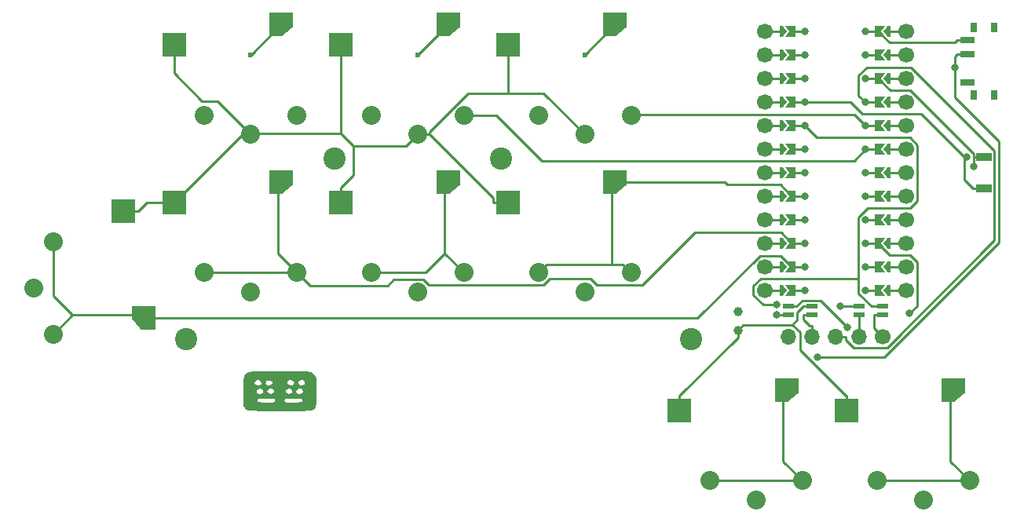
<source format=gbr>
%TF.GenerationSoftware,KiCad,Pcbnew,7.0.9*%
%TF.CreationDate,2024-03-07T17:23:47+01:00*%
%TF.ProjectId,zenFlow,7a656e46-6c6f-4772-9e6b-696361645f70,1*%
%TF.SameCoordinates,Original*%
%TF.FileFunction,Copper,L1,Top*%
%TF.FilePolarity,Positive*%
%FSLAX46Y46*%
G04 Gerber Fmt 4.6, Leading zero omitted, Abs format (unit mm)*
G04 Created by KiCad (PCBNEW 7.0.9) date 2024-03-07 17:23:47*
%MOMM*%
%LPD*%
G01*
G04 APERTURE LIST*
G04 Aperture macros list*
%AMFreePoly0*
4,1,6,1.300000,-0.250000,0.050000,-1.300000,-1.300000,-1.300000,-1.300000,1.300000,1.300000,1.300000,1.300000,-0.250000,1.300000,-0.250000,$1*%
%AMFreePoly1*
4,1,6,0.250000,0.000000,-0.250000,-0.625000,-0.500000,-0.625000,-0.500000,0.625000,-0.250000,0.625000,0.250000,0.000000,0.250000,0.000000,$1*%
%AMFreePoly2*
4,1,6,0.500000,-0.625000,-0.650000,-0.625000,-0.150000,0.000000,-0.650000,0.625000,0.500000,0.625000,0.500000,-0.625000,0.500000,-0.625000,$1*%
G04 Aperture macros list end*
%TA.AperFunction,ConnectorPad*%
%ADD10FreePoly0,270.000000*%
%TD*%
%TA.AperFunction,SMDPad,CuDef*%
%ADD11R,2.600000X2.600000*%
%TD*%
%TA.AperFunction,ComponentPad*%
%ADD12C,2.032000*%
%TD*%
%TA.AperFunction,ConnectorPad*%
%ADD13FreePoly0,0.000000*%
%TD*%
%TA.AperFunction,ComponentPad*%
%ADD14C,1.700000*%
%TD*%
%TA.AperFunction,ComponentPad*%
%ADD15C,0.800000*%
%TD*%
%TA.AperFunction,SMDPad,CuDef*%
%ADD16FreePoly1,0.000000*%
%TD*%
%TA.AperFunction,SMDPad,CuDef*%
%ADD17FreePoly2,0.000000*%
%TD*%
%TA.AperFunction,SMDPad,CuDef*%
%ADD18FreePoly2,180.000000*%
%TD*%
%TA.AperFunction,SMDPad,CuDef*%
%ADD19FreePoly1,180.000000*%
%TD*%
%TA.AperFunction,SMDPad,CuDef*%
%ADD20R,0.800000X1.000000*%
%TD*%
%TA.AperFunction,SMDPad,CuDef*%
%ADD21R,1.500000X0.700000*%
%TD*%
%TA.AperFunction,SMDPad,CuDef*%
%ADD22R,1.700000X0.900000*%
%TD*%
%TA.AperFunction,ComponentPad*%
%ADD23C,1.000000*%
%TD*%
%TA.AperFunction,ComponentPad*%
%ADD24C,0.600000*%
%TD*%
%TA.AperFunction,ComponentPad*%
%ADD25C,2.400000*%
%TD*%
%TA.AperFunction,SMDPad,CuDef*%
%ADD26R,1.200000X0.600000*%
%TD*%
%TA.AperFunction,ComponentPad*%
%ADD27O,1.700000X1.700000*%
%TD*%
%TA.AperFunction,ViaPad*%
%ADD28C,0.800000*%
%TD*%
%TA.AperFunction,Conductor*%
%ADD29C,0.250000*%
%TD*%
G04 APERTURE END LIST*
%TA.AperFunction,EtchedComponent*%
%TO.C,G\u002A\u002A\u002A*%
G36*
X176263551Y-161519854D02*
G01*
X176787241Y-161520350D01*
X177238011Y-161521220D01*
X177621734Y-161522601D01*
X177944283Y-161524629D01*
X178211532Y-161527442D01*
X178429353Y-161531175D01*
X178603620Y-161535965D01*
X178740205Y-161541948D01*
X178844984Y-161549262D01*
X178923827Y-161558042D01*
X178982609Y-161568426D01*
X179027203Y-161580550D01*
X179063482Y-161594549D01*
X179073167Y-161598925D01*
X179268222Y-161721933D01*
X179426295Y-161884246D01*
X179514973Y-162040006D01*
X179527221Y-162115220D01*
X179537579Y-162262946D01*
X179546048Y-162471049D01*
X179552628Y-162727395D01*
X179557317Y-163019848D01*
X179560116Y-163336275D01*
X179561025Y-163664542D01*
X179560043Y-163992513D01*
X179557169Y-164308055D01*
X179552403Y-164599033D01*
X179545745Y-164853313D01*
X179537195Y-165058761D01*
X179526752Y-165203241D01*
X179515070Y-165272994D01*
X179456679Y-165379258D01*
X179366059Y-165498374D01*
X179336308Y-165530910D01*
X179290305Y-165578161D01*
X179245657Y-165619397D01*
X179196585Y-165655023D01*
X179137308Y-165685439D01*
X179062047Y-165711049D01*
X178965021Y-165732255D01*
X178840451Y-165749458D01*
X178682555Y-165763063D01*
X178485555Y-165773470D01*
X178243669Y-165781082D01*
X177951118Y-165786303D01*
X177602122Y-165789533D01*
X177190900Y-165791176D01*
X176711673Y-165791634D01*
X176158660Y-165791310D01*
X175604733Y-165790695D01*
X175091114Y-165789686D01*
X174600438Y-165787908D01*
X174139541Y-165785434D01*
X173715259Y-165782340D01*
X173334427Y-165778701D01*
X173003882Y-165774591D01*
X172730458Y-165770084D01*
X172520993Y-165765256D01*
X172382320Y-165760182D01*
X172321277Y-165754936D01*
X172320726Y-165754779D01*
X172064758Y-165641177D01*
X171874862Y-165476866D01*
X171835381Y-165424213D01*
X171728333Y-165266679D01*
X171728333Y-164651957D01*
X173210000Y-164651957D01*
X173220425Y-164721137D01*
X173258165Y-164773726D01*
X173332914Y-164811871D01*
X173454367Y-164837722D01*
X173632218Y-164853425D01*
X173876164Y-164861130D01*
X174162500Y-164863000D01*
X174447931Y-164861737D01*
X174660877Y-164857327D01*
X174813490Y-164848836D01*
X174917923Y-164835331D01*
X174986328Y-164815881D01*
X175020914Y-164797099D01*
X175095760Y-164703297D01*
X175109579Y-164603290D01*
X176140121Y-164603290D01*
X176152031Y-164697299D01*
X176215667Y-164778333D01*
X176251669Y-164808677D01*
X176298474Y-164830787D01*
X176368952Y-164845953D01*
X176475971Y-164855465D01*
X176632402Y-164860613D01*
X176851114Y-164862686D01*
X177060341Y-164863000D01*
X177380436Y-164859982D01*
X177634158Y-164851147D01*
X177815753Y-164836819D01*
X177919462Y-164817325D01*
X177928175Y-164813871D01*
X178015939Y-164741223D01*
X178036000Y-164653005D01*
X178032124Y-164583258D01*
X178013554Y-164530618D01*
X177969879Y-164492688D01*
X177890685Y-164467067D01*
X177765560Y-164451357D01*
X177584091Y-164443158D01*
X177335867Y-164440071D01*
X177110117Y-164439667D01*
X176819374Y-164440543D01*
X176601476Y-164443785D01*
X176444610Y-164450311D01*
X176336966Y-164461037D01*
X176266732Y-164476881D01*
X176222100Y-164498762D01*
X176208417Y-164509728D01*
X176140121Y-164603290D01*
X175109579Y-164603290D01*
X175111536Y-164589128D01*
X175064200Y-164490466D01*
X175013303Y-164470937D01*
X174900957Y-164456436D01*
X174721205Y-164446623D01*
X174468094Y-164441155D01*
X174178224Y-164439667D01*
X173866797Y-164440960D01*
X173629943Y-164446312D01*
X173457586Y-164457932D01*
X173339653Y-164478028D01*
X173266068Y-164508811D01*
X173226757Y-164552488D01*
X173211647Y-164611268D01*
X173210000Y-164651957D01*
X171728333Y-164651957D01*
X171728333Y-163665737D01*
X171728345Y-163631693D01*
X173131748Y-163631693D01*
X173150876Y-163757303D01*
X173225475Y-163857278D01*
X173261996Y-163879588D01*
X173413930Y-163921474D01*
X173581347Y-163921860D01*
X173723938Y-163881884D01*
X173750914Y-163865766D01*
X173829268Y-163765434D01*
X173844626Y-163663114D01*
X174268333Y-163663114D01*
X174296319Y-163732458D01*
X174364473Y-163819819D01*
X174372242Y-163827757D01*
X174510835Y-163911294D01*
X174677949Y-163932395D01*
X174843981Y-163890184D01*
X174918791Y-163843927D01*
X175007070Y-163736049D01*
X175014397Y-163686865D01*
X176237587Y-163686865D01*
X176239532Y-163694150D01*
X176316789Y-163823604D01*
X176447766Y-163904868D01*
X176612580Y-163931597D01*
X176791348Y-163897448D01*
X176828523Y-163882076D01*
X176931118Y-163797710D01*
X176971631Y-163682948D01*
X176968326Y-163660807D01*
X177401000Y-163660807D01*
X177438027Y-163776462D01*
X177534499Y-163863119D01*
X177668506Y-163915217D01*
X177818135Y-163927199D01*
X177961476Y-163893506D01*
X178059091Y-163827757D01*
X178142533Y-163720537D01*
X178152354Y-163623567D01*
X178088965Y-163512712D01*
X178064970Y-163483754D01*
X177947401Y-163399614D01*
X177803634Y-163369391D01*
X177655401Y-163387289D01*
X177524437Y-163447513D01*
X177432475Y-163544267D01*
X177401000Y-163660807D01*
X176968326Y-163660807D01*
X176953443Y-163561086D01*
X176879936Y-163455420D01*
X176757071Y-163389920D01*
X176595880Y-163374852D01*
X176445080Y-163407745D01*
X176322927Y-163477865D01*
X176247677Y-163574483D01*
X176237587Y-163686865D01*
X175014397Y-163686865D01*
X175024033Y-163622180D01*
X174980766Y-163515786D01*
X174888354Y-163430330D01*
X174757883Y-163379278D01*
X174600438Y-163376093D01*
X174543500Y-163388099D01*
X174419405Y-163448213D01*
X174319568Y-163542151D01*
X174269947Y-163643968D01*
X174268333Y-163663114D01*
X173844626Y-163663114D01*
X173848489Y-163637377D01*
X173809391Y-163513658D01*
X173740136Y-163441576D01*
X173593380Y-163386225D01*
X173420612Y-163376881D01*
X173267558Y-163415660D01*
X173260327Y-163419388D01*
X173168197Y-163509403D01*
X173131748Y-163631693D01*
X171728345Y-163631693D01*
X171728484Y-163235098D01*
X171729700Y-162880686D01*
X171731166Y-162758125D01*
X172926984Y-162758125D01*
X172966503Y-162875746D01*
X173070688Y-162968442D01*
X173095058Y-162980173D01*
X173222714Y-163027879D01*
X173321908Y-163034908D01*
X173436943Y-163001460D01*
X173485019Y-162981956D01*
X173611214Y-162899388D01*
X173667631Y-162797516D01*
X173665085Y-162742845D01*
X174099000Y-162742845D01*
X174134736Y-162873694D01*
X174228384Y-162967616D01*
X174359608Y-163020012D01*
X174508068Y-163026285D01*
X174653428Y-162981837D01*
X174765750Y-162893568D01*
X174838011Y-162797855D01*
X174841656Y-162777688D01*
X176428919Y-162777688D01*
X176486720Y-162893666D01*
X176613585Y-162982217D01*
X176738455Y-163028961D01*
X176832621Y-163036357D01*
X176938960Y-163006944D01*
X176951530Y-163002223D01*
X177057594Y-162934729D01*
X177122175Y-162863690D01*
X177161301Y-162750355D01*
X177613315Y-162750355D01*
X177651953Y-162877092D01*
X177757743Y-162980666D01*
X177824333Y-163014575D01*
X177943882Y-163029603D01*
X178089964Y-163007685D01*
X178217757Y-162957448D01*
X178252917Y-162932082D01*
X178327652Y-162822884D01*
X178332411Y-162709738D01*
X178280404Y-162604465D01*
X178184838Y-162518887D01*
X178058925Y-162464825D01*
X177915872Y-162454101D01*
X177768889Y-162498536D01*
X177768633Y-162498671D01*
X177661774Y-162576514D01*
X177618064Y-162679671D01*
X177613315Y-162750355D01*
X177161301Y-162750355D01*
X177164437Y-162741271D01*
X177137839Y-162630033D01*
X177058152Y-162538789D01*
X176941150Y-162476354D01*
X176802605Y-162451541D01*
X176658291Y-162473164D01*
X176538876Y-162537739D01*
X176445302Y-162653083D01*
X176428919Y-162777688D01*
X174841656Y-162777688D01*
X174851364Y-162723985D01*
X174803282Y-162643582D01*
X174737256Y-162573743D01*
X174604425Y-162486176D01*
X174455372Y-162455750D01*
X174310454Y-162477072D01*
X174190025Y-162544750D01*
X174114441Y-162653391D01*
X174099000Y-162742845D01*
X173665085Y-162742845D01*
X173662609Y-162689692D01*
X173604485Y-162589269D01*
X173501598Y-162509599D01*
X173362286Y-162464032D01*
X173194888Y-162465922D01*
X173166232Y-162471482D01*
X173029867Y-162534414D01*
X172949112Y-162637155D01*
X172926984Y-162758125D01*
X171731166Y-162758125D01*
X171733128Y-162594059D01*
X171739913Y-162366778D01*
X171751201Y-162190401D01*
X171768139Y-162056490D01*
X171791871Y-161956603D01*
X171823544Y-161882299D01*
X171864304Y-161825140D01*
X171915297Y-161776683D01*
X171977668Y-161728489D01*
X171992872Y-161717201D01*
X172124297Y-161635217D01*
X172261533Y-161571361D01*
X172274400Y-161566846D01*
X172333800Y-161556927D01*
X172450920Y-161548279D01*
X172628835Y-161540857D01*
X172870622Y-161534621D01*
X173179356Y-161529525D01*
X173558114Y-161525529D01*
X174009971Y-161522588D01*
X174538003Y-161520660D01*
X175145286Y-161519702D01*
X175661067Y-161519596D01*
X176263551Y-161519854D01*
G37*
%TD.AperFunction*%
%TD*%
D10*
%TO.P,S1,1*%
%TO.N,P8*%
X160950000Y-155775000D03*
D11*
%TO.P,S1,2*%
%TO.N,GND*%
X158750000Y-144225000D03*
D12*
X149100000Y-152500000D03*
%TO.P,S1,1*%
%TO.N,P8*%
X151200000Y-147500000D03*
X151200000Y-157500000D03*
%TD*%
D13*
%TO.P,S2,1*%
%TO.N,P7*%
X175775000Y-141110000D03*
D11*
%TO.P,S2,2*%
%TO.N,GND*%
X164225000Y-143310000D03*
D12*
X172500000Y-152960000D03*
%TO.P,S2,1*%
%TO.N,P7*%
X167500000Y-150860000D03*
X177500000Y-150860000D03*
%TD*%
D13*
%TO.P,S3,1*%
%TO.N,P19*%
X175775000Y-124110000D03*
D11*
%TO.P,S3,2*%
%TO.N,GND*%
X164225000Y-126310000D03*
D12*
X172500000Y-135960000D03*
%TO.P,S3,1*%
%TO.N,P19*%
X167500000Y-133860000D03*
X177500000Y-133860000D03*
%TD*%
D13*
%TO.P,S4,1*%
%TO.N,P6*%
X193775000Y-141110000D03*
D11*
%TO.P,S4,2*%
%TO.N,GND*%
X182225000Y-143310000D03*
D12*
X190500000Y-152960000D03*
%TO.P,S4,1*%
%TO.N,P6*%
X185500000Y-150860000D03*
X195500000Y-150860000D03*
%TD*%
D13*
%TO.P,S5,1*%
%TO.N,P20*%
X193775000Y-124110000D03*
D11*
%TO.P,S5,2*%
%TO.N,GND*%
X182225000Y-126310000D03*
D12*
X190500000Y-135960000D03*
%TO.P,S5,1*%
%TO.N,P20*%
X185500000Y-133860000D03*
X195500000Y-133860000D03*
%TD*%
D13*
%TO.P,S6,1*%
%TO.N,P5*%
X211775000Y-141110000D03*
D11*
%TO.P,S6,2*%
%TO.N,GND*%
X200225000Y-143310000D03*
D12*
X208500000Y-152960000D03*
%TO.P,S6,1*%
%TO.N,P5*%
X203500000Y-150860000D03*
X213500000Y-150860000D03*
%TD*%
D13*
%TO.P,S7,1*%
%TO.N,P21*%
X211775000Y-124110000D03*
D11*
%TO.P,S7,2*%
%TO.N,GND*%
X200225000Y-126310000D03*
D12*
X208500000Y-135960000D03*
%TO.P,S7,1*%
%TO.N,P21*%
X203500000Y-133860000D03*
X213500000Y-133860000D03*
%TD*%
D13*
%TO.P,S8,1*%
%TO.N,P15*%
X230275000Y-163550000D03*
D11*
%TO.P,S8,2*%
%TO.N,GND*%
X218725000Y-165750000D03*
D12*
X227000000Y-175400000D03*
%TO.P,S8,1*%
%TO.N,P15*%
X222000000Y-173300000D03*
X232000000Y-173300000D03*
%TD*%
D13*
%TO.P,S9,1*%
%TO.N,P14*%
X248275000Y-163550000D03*
D11*
%TO.P,S9,2*%
%TO.N,GND*%
X236725000Y-165750000D03*
D12*
X245000000Y-175400000D03*
%TO.P,S9,1*%
%TO.N,P14*%
X240000000Y-173300000D03*
X250000000Y-173300000D03*
%TD*%
D14*
%TO.P,MCU1,24*%
%TO.N,MCU1_24*%
X227880000Y-124860000D03*
%TO.P,MCU1,1*%
%TO.N,MCU1_1*%
X243120000Y-124860000D03*
D15*
%TO.P,MCU1,124*%
%TO.N,P1*%
X232238000Y-124860000D03*
%TO.P,MCU1,1*%
%TO.N,RAW*%
X238762000Y-124860000D03*
D16*
%TO.P,MCU1,24*%
%TO.N,MCU1_24*%
X230000000Y-124860000D03*
D17*
%TO.P,MCU1,124*%
%TO.N,P1*%
X230725000Y-124860000D03*
D18*
%TO.P,MCU1,1*%
%TO.N,RAW*%
X240275000Y-124860000D03*
D19*
%TO.N,MCU1_1*%
X241000000Y-124860000D03*
D14*
%TO.P,MCU1,23*%
%TO.N,MCU1_23*%
X227880000Y-127400000D03*
%TO.P,MCU1,2*%
%TO.N,MCU1_2*%
X243120000Y-127400000D03*
D15*
%TO.P,MCU1,123*%
%TO.N,P0*%
X232238000Y-127400000D03*
%TO.P,MCU1,2*%
%TO.N,GND*%
X238762000Y-127400000D03*
D16*
%TO.P,MCU1,23*%
%TO.N,MCU1_23*%
X230000000Y-127400000D03*
D17*
%TO.P,MCU1,123*%
%TO.N,P0*%
X230725000Y-127400000D03*
D18*
%TO.P,MCU1,2*%
%TO.N,GND*%
X240275000Y-127400000D03*
D19*
%TO.N,MCU1_2*%
X241000000Y-127400000D03*
D14*
%TO.P,MCU1,22*%
%TO.N,MCU1_22*%
X227880000Y-129940000D03*
%TO.P,MCU1,3*%
%TO.N,MCU1_3*%
X243120000Y-129940000D03*
D15*
%TO.P,MCU1,122*%
%TO.N,GND*%
X232238000Y-129940000D03*
%TO.P,MCU1,3*%
%TO.N,RST*%
X238762000Y-129940000D03*
D16*
%TO.P,MCU1,22*%
%TO.N,MCU1_22*%
X230000000Y-129940000D03*
D17*
%TO.P,MCU1,122*%
%TO.N,GND*%
X230725000Y-129940000D03*
D18*
%TO.P,MCU1,3*%
%TO.N,RST*%
X240275000Y-129940000D03*
D19*
%TO.N,MCU1_3*%
X241000000Y-129940000D03*
D14*
%TO.P,MCU1,21*%
%TO.N,MCU1_21*%
X227880000Y-132480000D03*
%TO.P,MCU1,4*%
%TO.N,MCU1_4*%
X243120000Y-132480000D03*
D15*
%TO.P,MCU1,121*%
%TO.N,GND*%
X232238000Y-132480000D03*
%TO.P,MCU1,4*%
%TO.N,VCC*%
X238762000Y-132480000D03*
D16*
%TO.P,MCU1,21*%
%TO.N,MCU1_21*%
X230000000Y-132480000D03*
D17*
%TO.P,MCU1,121*%
%TO.N,GND*%
X230725000Y-132480000D03*
D18*
%TO.P,MCU1,4*%
%TO.N,VCC*%
X240275000Y-132480000D03*
D19*
%TO.N,MCU1_4*%
X241000000Y-132480000D03*
D14*
%TO.P,MCU1,20*%
%TO.N,MCU1_20*%
X227880000Y-135020000D03*
%TO.P,MCU1,5*%
%TO.N,MCU1_5*%
X243120000Y-135020000D03*
D15*
%TO.P,MCU1,120*%
%TO.N,P2*%
X232238000Y-135020000D03*
%TO.P,MCU1,5*%
%TO.N,P21*%
X238762000Y-135020000D03*
D16*
%TO.P,MCU1,20*%
%TO.N,MCU1_20*%
X230000000Y-135020000D03*
D17*
%TO.P,MCU1,120*%
%TO.N,P2*%
X230725000Y-135020000D03*
D18*
%TO.P,MCU1,5*%
%TO.N,P21*%
X240275000Y-135020000D03*
D19*
%TO.N,MCU1_5*%
X241000000Y-135020000D03*
D14*
%TO.P,MCU1,19*%
%TO.N,MCU1_19*%
X227880000Y-137560000D03*
%TO.P,MCU1,6*%
%TO.N,MCU1_6*%
X243120000Y-137560000D03*
D15*
%TO.P,MCU1,119*%
%TO.N,P3*%
X232238000Y-137560000D03*
%TO.P,MCU1,6*%
%TO.N,P20*%
X238762000Y-137560000D03*
D16*
%TO.P,MCU1,19*%
%TO.N,MCU1_19*%
X230000000Y-137560000D03*
D17*
%TO.P,MCU1,119*%
%TO.N,P3*%
X230725000Y-137560000D03*
D18*
%TO.P,MCU1,6*%
%TO.N,P20*%
X240275000Y-137560000D03*
D19*
%TO.N,MCU1_6*%
X241000000Y-137560000D03*
D14*
%TO.P,MCU1,18*%
%TO.N,MCU1_18*%
X227880000Y-140100000D03*
%TO.P,MCU1,7*%
%TO.N,MCU1_7*%
X243120000Y-140100000D03*
D15*
%TO.P,MCU1,118*%
%TO.N,P4*%
X232238000Y-140100000D03*
%TO.P,MCU1,7*%
%TO.N,P19*%
X238762000Y-140100000D03*
D16*
%TO.P,MCU1,18*%
%TO.N,MCU1_18*%
X230000000Y-140100000D03*
D17*
%TO.P,MCU1,118*%
%TO.N,P4*%
X230725000Y-140100000D03*
D18*
%TO.P,MCU1,7*%
%TO.N,P19*%
X240275000Y-140100000D03*
D19*
%TO.N,MCU1_7*%
X241000000Y-140100000D03*
D14*
%TO.P,MCU1,17*%
%TO.N,MCU1_17*%
X227880000Y-142640000D03*
%TO.P,MCU1,8*%
%TO.N,MCU1_8*%
X243120000Y-142640000D03*
D15*
%TO.P,MCU1,117*%
%TO.N,P5*%
X232238000Y-142640000D03*
%TO.P,MCU1,8*%
%TO.N,P18*%
X238762000Y-142640000D03*
D16*
%TO.P,MCU1,17*%
%TO.N,MCU1_17*%
X230000000Y-142640000D03*
D17*
%TO.P,MCU1,117*%
%TO.N,P5*%
X230725000Y-142640000D03*
D18*
%TO.P,MCU1,8*%
%TO.N,P18*%
X240275000Y-142640000D03*
D19*
%TO.N,MCU1_8*%
X241000000Y-142640000D03*
D14*
%TO.P,MCU1,16*%
%TO.N,MCU1_16*%
X227880000Y-145180000D03*
%TO.P,MCU1,9*%
%TO.N,MCU1_9*%
X243120000Y-145180000D03*
D15*
%TO.P,MCU1,116*%
%TO.N,P6*%
X232238000Y-145180000D03*
%TO.P,MCU1,9*%
%TO.N,P15*%
X238762000Y-145180000D03*
D16*
%TO.P,MCU1,16*%
%TO.N,MCU1_16*%
X230000000Y-145180000D03*
D17*
%TO.P,MCU1,116*%
%TO.N,P6*%
X230725000Y-145180000D03*
D18*
%TO.P,MCU1,9*%
%TO.N,P15*%
X240275000Y-145180000D03*
D19*
%TO.N,MCU1_9*%
X241000000Y-145180000D03*
D14*
%TO.P,MCU1,15*%
%TO.N,MCU1_15*%
X227880000Y-147720000D03*
%TO.P,MCU1,10*%
%TO.N,MCU1_10*%
X243120000Y-147720000D03*
D15*
%TO.P,MCU1,115*%
%TO.N,P7*%
X232238000Y-147720000D03*
%TO.P,MCU1,10*%
%TO.N,P14*%
X238762000Y-147720000D03*
D16*
%TO.P,MCU1,15*%
%TO.N,MCU1_15*%
X230000000Y-147720000D03*
D17*
%TO.P,MCU1,115*%
%TO.N,P7*%
X230725000Y-147720000D03*
D18*
%TO.P,MCU1,10*%
%TO.N,P14*%
X240275000Y-147720000D03*
D19*
%TO.N,MCU1_10*%
X241000000Y-147720000D03*
D14*
%TO.P,MCU1,14*%
%TO.N,MCU1_14*%
X227880000Y-150260000D03*
%TO.P,MCU1,11*%
%TO.N,MCU1_11*%
X243120000Y-150260000D03*
D15*
%TO.P,MCU1,114*%
%TO.N,P8*%
X232238000Y-150260000D03*
%TO.P,MCU1,11*%
%TO.N,P16*%
X238762000Y-150260000D03*
D16*
%TO.P,MCU1,14*%
%TO.N,MCU1_14*%
X230000000Y-150260000D03*
D17*
%TO.P,MCU1,114*%
%TO.N,P8*%
X230725000Y-150260000D03*
D18*
%TO.P,MCU1,11*%
%TO.N,P16*%
X240275000Y-150260000D03*
D19*
%TO.N,MCU1_11*%
X241000000Y-150260000D03*
D14*
%TO.P,MCU1,13*%
%TO.N,MCU1_13*%
X227880000Y-152800000D03*
%TO.P,MCU1,12*%
%TO.N,MCU1_12*%
X243120000Y-152800000D03*
D15*
%TO.P,MCU1,113*%
%TO.N,P9*%
X232238000Y-152800000D03*
%TO.P,MCU1,12*%
%TO.N,P10*%
X238762000Y-152800000D03*
D16*
%TO.P,MCU1,13*%
%TO.N,MCU1_13*%
X230000000Y-152800000D03*
D17*
%TO.P,MCU1,113*%
%TO.N,P9*%
X230725000Y-152800000D03*
D18*
%TO.P,MCU1,12*%
%TO.N,P10*%
X240275000Y-152800000D03*
D19*
%TO.N,MCU1_12*%
X241000000Y-152800000D03*
%TD*%
D20*
%TO.P,SW1,*%
%TO.N,*%
X252625000Y-124410000D03*
X250415000Y-124410000D03*
X250415000Y-131710000D03*
D21*
%TO.P,SW1,1*%
%TO.N,N/C*%
X249765000Y-130310000D03*
%TO.P,SW1,2*%
%TO.N,BAT_P*%
X249765000Y-127310000D03*
%TO.P,SW1,3*%
%TO.N,RAW*%
X249765000Y-125810000D03*
D20*
%TO.P,SW1,*%
%TO.N,*%
X252625000Y-131710000D03*
%TD*%
D22*
%TO.P,S10,1*%
%TO.N,RST*%
X251500000Y-138360000D03*
%TO.P,S10,2*%
%TO.N,GND*%
X251500000Y-141760000D03*
%TD*%
D23*
%TO.P,BAT,1*%
%TO.N,GND*%
X225000000Y-157060000D03*
%TO.P,BAT,2*%
%TO.N,BAT_P*%
X225000000Y-155060000D03*
%TD*%
D24*
%TO.P,Via1,1*%
%TO.N,P19*%
X172500000Y-127360000D03*
%TD*%
%TO.P,Via2,1*%
%TO.N,P20*%
X190500000Y-127360000D03*
%TD*%
%TO.P,Via3,1*%
%TO.N,P21*%
X208500000Y-127360000D03*
%TD*%
D25*
%TO.P,H1,*%
%TO.N,*%
X199500000Y-138560000D03*
%TD*%
%TO.P,H2,*%
%TO.N,*%
X181500000Y-138560000D03*
%TD*%
%TO.P,H3,*%
%TO.N,*%
X165500000Y-158060000D03*
%TD*%
%TO.P,H4,*%
%TO.N,*%
X220000000Y-158060000D03*
%TD*%
D26*
%TO.P,DISP1,14*%
%TO.N,P1*%
X230420000Y-154510000D03*
%TO.P,DISP1,15*%
%TO.N,GND*%
X232960000Y-154510000D03*
%TO.P,DISP1,16*%
%TO.N,P3*%
X238040000Y-154510000D03*
%TO.P,DISP1,17*%
%TO.N,P2*%
X240580000Y-154510000D03*
%TO.P,DISP1,10*%
%TO.N,DISP1_1*%
X230420000Y-155410000D03*
%TO.P,DISP1,11*%
%TO.N,DISP1_2*%
X232960000Y-155410000D03*
%TO.P,DISP1,12*%
%TO.N,DISP1_4*%
X238040000Y-155410000D03*
%TO.P,DISP1,13*%
%TO.N,DISP1_5*%
X240580000Y-155410000D03*
D27*
%TO.P,DISP1,1*%
%TO.N,DISP1_1*%
X230420000Y-157760000D03*
%TO.P,DISP1,2*%
%TO.N,DISP1_2*%
X232960000Y-157760000D03*
%TO.P,DISP1,3*%
%TO.N,VCC*%
X235500000Y-157760000D03*
%TO.P,DISP1,4*%
%TO.N,DISP1_4*%
X238040000Y-157760000D03*
D14*
%TO.P,DISP1,5*%
%TO.N,DISP1_5*%
X240580000Y-157760000D03*
%TD*%
D28*
%TO.N,DISP1_1*%
X229190300Y-155380900D03*
%TO.N,BAT_P*%
X248409100Y-128738500D03*
X233557500Y-159981500D03*
%TO.N,P3*%
X236047300Y-154502600D03*
%TO.N,P2*%
X229198400Y-154315400D03*
%TO.N,P1*%
X236774500Y-156754900D03*
%TO.N,RST*%
X250412300Y-139422900D03*
%TO.N,P14*%
X243507100Y-155227500D03*
%TO.N,GND*%
X249679800Y-138359200D03*
%TD*%
D29*
%TO.N,DISP1_5*%
X240580000Y-155410000D02*
X239653100Y-155410000D01*
X239653100Y-156833100D02*
X239653100Y-155410000D01*
X240580000Y-157760000D02*
X239653100Y-156833100D01*
%TO.N,DISP1_4*%
X238040000Y-157760000D02*
X238040000Y-155410000D01*
%TO.N,DISP1_2*%
X232960000Y-155410000D02*
X232033100Y-155410000D01*
X232960000Y-157760000D02*
X232960000Y-156583100D01*
X232033100Y-155900200D02*
X232033100Y-155410000D01*
X232716000Y-156583100D02*
X232033100Y-155900200D01*
X232960000Y-156583100D02*
X232716000Y-156583100D01*
%TO.N,DISP1_1*%
X230420000Y-155410000D02*
X229493100Y-155410000D01*
X229464000Y-155380900D02*
X229190300Y-155380900D01*
X229493100Y-155410000D02*
X229464000Y-155380900D01*
%TO.N,BAT_P*%
X249765000Y-127310000D02*
X248688100Y-127310000D01*
X248409100Y-127589000D02*
X248409100Y-128738500D01*
X248688100Y-127310000D02*
X248409100Y-127589000D01*
X248409100Y-131943600D02*
X248409100Y-128738500D01*
X253136700Y-136671200D02*
X248409100Y-131943600D01*
X253136700Y-147603900D02*
X253136700Y-136671200D01*
X240759100Y-159981500D02*
X253136700Y-147603900D01*
X233557500Y-159981500D02*
X240759100Y-159981500D01*
%TO.N,MCU1_12*%
X241000000Y-152800000D02*
X243120000Y-152800000D01*
%TO.N,MCU1_13*%
X227880000Y-152800000D02*
X230000000Y-152800000D01*
%TO.N,MCU1_11*%
X241000000Y-150260000D02*
X243120000Y-150260000D01*
%TO.N,MCU1_14*%
X227880000Y-150260000D02*
X230000000Y-150260000D01*
%TO.N,MCU1_10*%
X241000000Y-147720000D02*
X243120000Y-147720000D01*
%TO.N,MCU1_15*%
X227880000Y-147720000D02*
X230000000Y-147720000D01*
%TO.N,MCU1_9*%
X241000000Y-145180000D02*
X243120000Y-145180000D01*
%TO.N,MCU1_16*%
X227880000Y-145180000D02*
X230000000Y-145180000D01*
%TO.N,MCU1_8*%
X241000000Y-142640000D02*
X243120000Y-142640000D01*
%TO.N,MCU1_17*%
X227880000Y-142640000D02*
X230000000Y-142640000D01*
%TO.N,MCU1_7*%
X241000000Y-140100000D02*
X243120000Y-140100000D01*
%TO.N,MCU1_18*%
X227880000Y-140100000D02*
X230000000Y-140100000D01*
%TO.N,MCU1_6*%
X241000000Y-137560000D02*
X243120000Y-137560000D01*
%TO.N,MCU1_19*%
X227880000Y-137560000D02*
X230000000Y-137560000D01*
%TO.N,MCU1_5*%
X241000000Y-135020000D02*
X243120000Y-135020000D01*
%TO.N,MCU1_20*%
X227880000Y-135020000D02*
X230000000Y-135020000D01*
%TO.N,MCU1_4*%
X241000000Y-132480000D02*
X243120000Y-132480000D01*
%TO.N,MCU1_21*%
X227880000Y-132480000D02*
X230000000Y-132480000D01*
%TO.N,MCU1_3*%
X241000000Y-129940000D02*
X243120000Y-129940000D01*
%TO.N,MCU1_22*%
X227880000Y-129940000D02*
X230000000Y-129940000D01*
%TO.N,MCU1_2*%
X241000000Y-127400000D02*
X243120000Y-127400000D01*
%TO.N,MCU1_23*%
X227880000Y-127400000D02*
X230000000Y-127400000D01*
%TO.N,MCU1_1*%
X241000000Y-124860000D02*
X243120000Y-124860000D01*
%TO.N,MCU1_24*%
X227880000Y-124860000D02*
X230000000Y-124860000D01*
%TO.N,P9*%
X230720000Y-152800000D02*
X230725000Y-152800000D01*
X230725000Y-152800000D02*
X232238000Y-152800000D01*
X232238000Y-152800000D02*
X232240000Y-152800000D01*
%TO.N,P4*%
X230720000Y-140100000D02*
X230725000Y-140100000D01*
X230725000Y-140100000D02*
X232238000Y-140100000D01*
X232238000Y-140100000D02*
X232240000Y-140100000D01*
%TO.N,P3*%
X230720000Y-137560000D02*
X230725000Y-137560000D01*
X230725000Y-137560000D02*
X232238000Y-137560000D01*
X232238000Y-137560000D02*
X232240000Y-137560000D01*
X237105700Y-154502600D02*
X237113100Y-154510000D01*
X236047300Y-154502600D02*
X237105700Y-154502600D01*
X238040000Y-154510000D02*
X237113100Y-154510000D01*
%TO.N,P2*%
X230720000Y-135020000D02*
X230725000Y-135020000D01*
X230725000Y-135020000D02*
X232238000Y-135020000D01*
X240580000Y-154510000D02*
X239653100Y-154510000D01*
X232238000Y-135020000D02*
X232240000Y-135020000D01*
X237981100Y-144911400D02*
X237981100Y-151530000D01*
X238982500Y-143910000D02*
X237981100Y-144911400D01*
X243552300Y-143910000D02*
X238982500Y-143910000D01*
X244350700Y-143111600D02*
X243552300Y-143910000D01*
X244350700Y-137099900D02*
X244350700Y-143111600D01*
X243540800Y-136290000D02*
X244350700Y-137099900D01*
X233510000Y-136290000D02*
X243540800Y-136290000D01*
X232240000Y-135020000D02*
X233510000Y-136290000D01*
X239408800Y-154510000D02*
X239653100Y-154510000D01*
X237981100Y-153082300D02*
X239408800Y-154510000D01*
X237981100Y-151530000D02*
X237981100Y-153082300D01*
X227714000Y-154315400D02*
X229198400Y-154315400D01*
X226688600Y-153290000D02*
X227714000Y-154315400D01*
X226688600Y-152305300D02*
X226688600Y-153290000D01*
X227463900Y-151530000D02*
X226688600Y-152305300D01*
X237981100Y-151530000D02*
X227463900Y-151530000D01*
%TO.N,P0*%
X230720000Y-127400000D02*
X230725000Y-127400000D01*
X230725000Y-127400000D02*
X232238000Y-127400000D01*
X232238000Y-127400000D02*
X232240000Y-127400000D01*
%TO.N,P1*%
X230720000Y-124860000D02*
X230725000Y-124860000D01*
X230725000Y-124860000D02*
X232238000Y-124860000D01*
X232238000Y-124860000D02*
X232240000Y-124860000D01*
X233902700Y-153883100D02*
X236774500Y-156754900D01*
X231973800Y-153883100D02*
X233902700Y-153883100D01*
X231346900Y-154510000D02*
X231973800Y-153883100D01*
X230420000Y-154510000D02*
X231346900Y-154510000D01*
%TO.N,P10*%
X240280000Y-152800000D02*
X240275000Y-152800000D01*
X240275000Y-152800000D02*
X238762000Y-152800000D01*
X238762000Y-152800000D02*
X238760000Y-152800000D01*
%TO.N,P16*%
X240280000Y-150260000D02*
X240275000Y-150260000D01*
X240275000Y-150260000D02*
X238762000Y-150260000D01*
X238762000Y-150260000D02*
X238760000Y-150260000D01*
%TO.N,P18*%
X240280000Y-142640000D02*
X240275000Y-142640000D01*
X240275000Y-142640000D02*
X238762000Y-142640000D01*
X238762000Y-142640000D02*
X238760000Y-142640000D01*
%TO.N,VCC*%
X240280000Y-132480000D02*
X240275000Y-132480000D01*
X240275000Y-132480000D02*
X238762000Y-132480000D01*
X238762000Y-132480000D02*
X238761000Y-132480000D01*
X238761000Y-132480000D02*
X238760000Y-132480000D01*
X236676900Y-158125800D02*
X236676900Y-157760000D01*
X237489400Y-158938300D02*
X236676900Y-158125800D01*
X241137500Y-158938300D02*
X237489400Y-158938300D01*
X252676900Y-147398900D02*
X241137500Y-158938300D01*
X252676900Y-137738800D02*
X252676900Y-147398900D01*
X243666000Y-128727900D02*
X252676900Y-137738800D01*
X238899700Y-128727900D02*
X243666000Y-128727900D01*
X238033000Y-129594600D02*
X238899700Y-128727900D01*
X238033000Y-131752000D02*
X238033000Y-129594600D01*
X238761000Y-132480000D02*
X238033000Y-131752000D01*
X235500000Y-157760000D02*
X236676900Y-157760000D01*
%TO.N,RST*%
X240275000Y-129940000D02*
X238762000Y-129940000D01*
X238762000Y-129940000D02*
X238760000Y-129940000D01*
X240280000Y-129940000D02*
X240277500Y-129940000D01*
X240277500Y-129940000D02*
X240275000Y-129940000D01*
X251500000Y-138360000D02*
X250435700Y-138360000D01*
X250412300Y-138060800D02*
X250412300Y-138360000D01*
X243561500Y-131210000D02*
X250412300Y-138060800D01*
X241428500Y-131210000D02*
X243561500Y-131210000D01*
X240277500Y-130059000D02*
X241428500Y-131210000D01*
X240277500Y-129940000D02*
X240277500Y-130059000D01*
X250412300Y-138360000D02*
X250435700Y-138360000D01*
X250412300Y-138360000D02*
X250412300Y-139422900D01*
%TO.N,RAW*%
X240275000Y-124860000D02*
X238762000Y-124860000D01*
X238762000Y-124860000D02*
X238760000Y-124860000D01*
X240280000Y-124860000D02*
X240277500Y-124860000D01*
X240277500Y-124860000D02*
X240275000Y-124860000D01*
X248448100Y-126050000D02*
X248688100Y-125810000D01*
X241348500Y-126050000D02*
X248448100Y-126050000D01*
X240277500Y-124979000D02*
X241348500Y-126050000D01*
X240277500Y-124860000D02*
X240277500Y-124979000D01*
X249765000Y-125810000D02*
X248688100Y-125810000D01*
%TO.N,P14*%
X240275000Y-147720000D02*
X238762000Y-147720000D01*
X238762000Y-147720000D02*
X238760000Y-147720000D01*
X250000000Y-173300000D02*
X240000000Y-173300000D01*
X247905600Y-171205600D02*
X250000000Y-173300000D01*
X247905600Y-163919400D02*
X247905600Y-171205600D01*
X248275000Y-163550000D02*
X247905600Y-163919400D01*
X240280000Y-147720000D02*
X240277500Y-147720000D01*
X240277500Y-147720000D02*
X240275000Y-147720000D01*
X244303200Y-154431400D02*
X243507100Y-155227500D01*
X244303200Y-149690600D02*
X244303200Y-154431400D01*
X243602600Y-148990000D02*
X244303200Y-149690600D01*
X241409100Y-148990000D02*
X243602600Y-148990000D01*
X240277500Y-147858400D02*
X241409100Y-148990000D01*
X240277500Y-147720000D02*
X240277500Y-147858400D01*
%TO.N,P15*%
X240280000Y-145180000D02*
X240275000Y-145180000D01*
X240275000Y-145180000D02*
X238762000Y-145180000D01*
X238762000Y-145180000D02*
X238760000Y-145180000D01*
X232000000Y-173300000D02*
X222000000Y-173300000D01*
X229905600Y-171205600D02*
X232000000Y-173300000D01*
X229905600Y-163919400D02*
X229905600Y-171205600D01*
X230275000Y-163550000D02*
X229905600Y-163919400D01*
%TO.N,P21*%
X240280000Y-135020000D02*
X240275000Y-135020000D01*
X240275000Y-135020000D02*
X238762000Y-135020000D01*
X238762000Y-135020000D02*
X238760000Y-135020000D01*
X237545000Y-133805000D02*
X238760000Y-135020000D01*
X213555000Y-133805000D02*
X237545000Y-133805000D01*
X213500000Y-133860000D02*
X213555000Y-133805000D01*
X211750000Y-124110000D02*
X211775000Y-124110000D01*
X208500000Y-127360000D02*
X211750000Y-124110000D01*
%TO.N,P5*%
X230725000Y-142640000D02*
X232238000Y-142640000D01*
X232238000Y-142640000D02*
X232240000Y-142640000D01*
X230720000Y-142640000D02*
X230722500Y-142640000D01*
X230722500Y-142640000D02*
X230725000Y-142640000D01*
X223592200Y-141110000D02*
X211775000Y-141110000D01*
X223852200Y-141370000D02*
X223592200Y-141110000D01*
X229571500Y-141370000D02*
X223852200Y-141370000D01*
X230722500Y-142521000D02*
X229571500Y-141370000D01*
X230722500Y-142640000D02*
X230722500Y-142521000D01*
X211392100Y-141492900D02*
X211392100Y-149992300D01*
X211775000Y-141110000D02*
X211392100Y-141492900D01*
X212632300Y-149992300D02*
X211392100Y-149992300D01*
X213500000Y-150860000D02*
X212632300Y-149992300D01*
X204367700Y-149992300D02*
X203500000Y-150860000D01*
X211392100Y-149992300D02*
X204367700Y-149992300D01*
%TO.N,P20*%
X240280000Y-137560000D02*
X240275000Y-137560000D01*
X240275000Y-137560000D02*
X238762000Y-137560000D01*
X238762000Y-137560000D02*
X238760000Y-137560000D01*
X198984000Y-133860000D02*
X195500000Y-133860000D01*
X203903100Y-138779100D02*
X198984000Y-133860000D01*
X237540900Y-138779100D02*
X203903100Y-138779100D01*
X238760000Y-137560000D02*
X237540900Y-138779100D01*
X190525000Y-127360000D02*
X190500000Y-127360000D01*
X193775000Y-124110000D02*
X190525000Y-127360000D01*
%TO.N,P6*%
X230725000Y-145180000D02*
X232238000Y-145180000D01*
X232238000Y-145180000D02*
X232240000Y-145180000D01*
X230720000Y-145180000D02*
X230725000Y-145180000D01*
X191311200Y-150860000D02*
X185500000Y-150860000D01*
X193405600Y-148765600D02*
X191311200Y-150860000D01*
X193405600Y-141479400D02*
X193405600Y-148765600D01*
X193775000Y-141110000D02*
X193405600Y-141479400D01*
X193405600Y-148765600D02*
X195500000Y-150860000D01*
%TO.N,P19*%
X240280000Y-140100000D02*
X240275000Y-140100000D01*
X240275000Y-140100000D02*
X238762000Y-140100000D01*
X238762000Y-140100000D02*
X238760000Y-140100000D01*
X172525000Y-127360000D02*
X175775000Y-124110000D01*
X172500000Y-127360000D02*
X172525000Y-127360000D01*
%TO.N,P7*%
X230725000Y-147720000D02*
X232238000Y-147720000D01*
X232238000Y-147720000D02*
X232240000Y-147720000D01*
X177500000Y-150860000D02*
X167500000Y-150860000D01*
X175405600Y-148765600D02*
X177500000Y-150860000D01*
X175405600Y-141479400D02*
X175405600Y-148765600D01*
X175775000Y-141110000D02*
X175405600Y-141479400D01*
X230720000Y-147720000D02*
X230722500Y-147720000D01*
X230722500Y-147720000D02*
X230725000Y-147720000D01*
X178901000Y-152261000D02*
X177500000Y-150860000D01*
X187241600Y-152261000D02*
X178901000Y-152261000D01*
X187885500Y-151617100D02*
X187241600Y-152261000D01*
X191056300Y-151617100D02*
X187885500Y-151617100D01*
X191645300Y-152206100D02*
X191056300Y-151617100D01*
X204053100Y-152206100D02*
X191645300Y-152206100D01*
X204722900Y-151536300D02*
X204053100Y-152206100D01*
X209153700Y-151536300D02*
X204722900Y-151536300D01*
X209823600Y-152206200D02*
X209153700Y-151536300D01*
X214704600Y-152206200D02*
X209823600Y-152206200D01*
X220390500Y-146520300D02*
X214704600Y-152206200D01*
X229668700Y-146520300D02*
X220390500Y-146520300D01*
X230722500Y-147574100D02*
X229668700Y-146520300D01*
X230722500Y-147720000D02*
X230722500Y-147574100D01*
%TO.N,GND*%
X230720000Y-132480000D02*
X230725000Y-132480000D01*
X230720000Y-129940000D02*
X230725000Y-129940000D01*
X240280000Y-127400000D02*
X240275000Y-127400000D01*
X240275000Y-127400000D02*
X238762000Y-127400000D01*
X238762000Y-127400000D02*
X238760000Y-127400000D01*
X230725000Y-129940000D02*
X232238000Y-129940000D01*
X232238000Y-129940000D02*
X232240000Y-129940000D01*
X230725000Y-132480000D02*
X232238000Y-132480000D01*
X232238000Y-132480000D02*
X232240000Y-132480000D01*
X200225000Y-126310000D02*
X200225000Y-127936900D01*
X200225000Y-143310000D02*
X198598100Y-143310000D01*
X168889900Y-132349900D02*
X172500000Y-135960000D01*
X167251300Y-132349900D02*
X168889900Y-132349900D01*
X164225000Y-129323600D02*
X167251300Y-132349900D01*
X164225000Y-126310000D02*
X164225000Y-129323600D01*
X251500000Y-141760000D02*
X250323100Y-141760000D01*
X190500000Y-135960000D02*
X191756500Y-135960000D01*
X198598100Y-142801600D02*
X198598100Y-143310000D01*
X191756500Y-135960000D02*
X198598100Y-142801600D01*
X191756500Y-135658000D02*
X191756500Y-135960000D01*
X195926700Y-131487800D02*
X191756500Y-135658000D01*
X200225000Y-131487800D02*
X195926700Y-131487800D01*
X204027800Y-131487800D02*
X200225000Y-131487800D01*
X208500000Y-135960000D02*
X204027800Y-131487800D01*
X200225000Y-131487800D02*
X200225000Y-127936900D01*
X182225000Y-143310000D02*
X182225000Y-141683100D01*
X218725000Y-165750000D02*
X218725000Y-164123100D01*
X249414700Y-140851600D02*
X249414700Y-138388400D01*
X250323100Y-141760000D02*
X249414700Y-140851600D01*
X237162000Y-132480000D02*
X232240000Y-132480000D01*
X238430100Y-133748100D02*
X237162000Y-132480000D01*
X244774400Y-133748100D02*
X238430100Y-133748100D01*
X249414700Y-138388400D02*
X244774400Y-133748100D01*
X158750000Y-144225000D02*
X160376900Y-144225000D01*
X171575000Y-135960000D02*
X164225000Y-143310000D01*
X172500000Y-135960000D02*
X171575000Y-135960000D01*
X161291900Y-143310000D02*
X160376900Y-144225000D01*
X164225000Y-143310000D02*
X161291900Y-143310000D01*
X183563100Y-140345000D02*
X183563100Y-137202000D01*
X182225000Y-141683100D02*
X183563100Y-140345000D01*
X189258000Y-137202000D02*
X183563100Y-137202000D01*
X190500000Y-135960000D02*
X189258000Y-137202000D01*
X172596100Y-135863900D02*
X172500000Y-135960000D01*
X182225000Y-135863900D02*
X172596100Y-135863900D01*
X183563100Y-137202000D02*
X182225000Y-135863900D01*
X182225000Y-135863900D02*
X182225000Y-126310000D01*
X249443900Y-138359200D02*
X249679800Y-138359200D01*
X249414700Y-138388400D02*
X249443900Y-138359200D01*
X232960000Y-154510000D02*
X232033100Y-154510000D01*
X225000000Y-157848100D02*
X218725000Y-164123100D01*
X225000000Y-157060000D02*
X225000000Y-157848100D01*
X236725000Y-165750000D02*
X236725000Y-164123100D01*
X236623300Y-164123100D02*
X236725000Y-164123100D01*
X231690000Y-159189800D02*
X236623300Y-164123100D01*
X231690000Y-157283100D02*
X231690000Y-159189800D01*
X230876200Y-156469300D02*
X231690000Y-157283100D01*
X225590700Y-156469300D02*
X230876200Y-156469300D01*
X225000000Y-157060000D02*
X225590700Y-156469300D01*
X231419500Y-155123600D02*
X232033100Y-154510000D01*
X231419500Y-155926000D02*
X231419500Y-155123600D01*
X230876200Y-156469300D02*
X231419500Y-155926000D01*
%TO.N,P8*%
X230725000Y-150260000D02*
X232238000Y-150260000D01*
X232238000Y-150260000D02*
X232240000Y-150260000D01*
X230720000Y-150260000D02*
X230722500Y-150260000D01*
X230722500Y-150260000D02*
X230725000Y-150260000D01*
X220675000Y-155775000D02*
X160950000Y-155775000D01*
X227388100Y-149061900D02*
X220675000Y-155775000D01*
X229643400Y-149061900D02*
X227388100Y-149061900D01*
X230722500Y-150141000D02*
X229643400Y-149061900D01*
X230722500Y-150260000D02*
X230722500Y-150141000D01*
X151200000Y-153346200D02*
X151200000Y-147500000D01*
X153276900Y-155423100D02*
X151200000Y-153346200D01*
X151200000Y-157500000D02*
X153276900Y-155423100D01*
X160598100Y-155423100D02*
X160950000Y-155775000D01*
X153276900Y-155423100D02*
X160598100Y-155423100D01*
%TD*%
M02*

</source>
